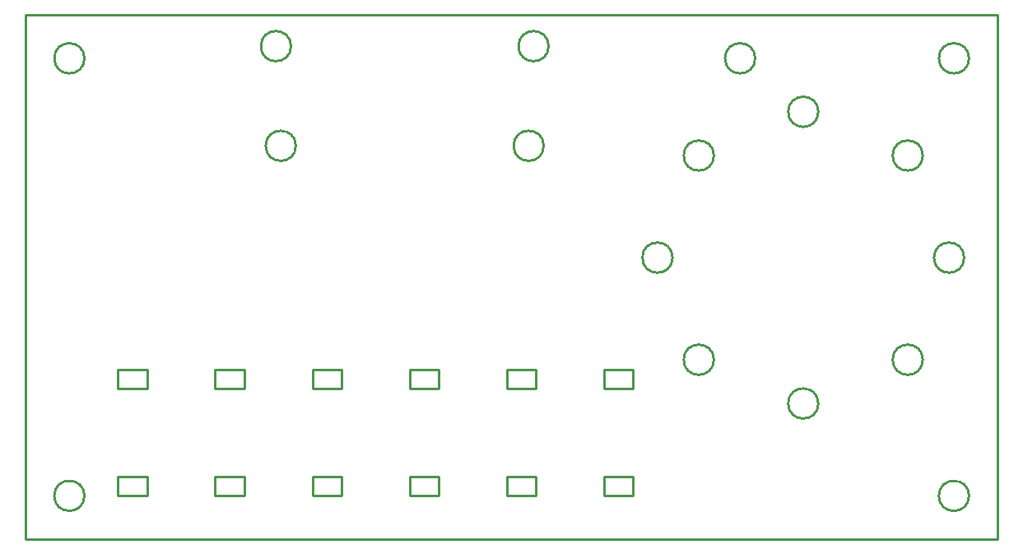
<source format=gm1>
G04*
G04 #@! TF.GenerationSoftware,Altium Limited,Altium Designer,18.0.9 (584)*
G04*
G04 Layer_Color=16711935*
%FSLAX43Y43*%
%MOMM*%
G71*
G01*
G75*
%ADD10C,0.254*%
D10*
X6050Y4500D02*
G03*
X6050Y4500I-1550J0D01*
G01*
X97050Y4500D02*
G03*
X97050Y4500I-1550J0D01*
G01*
X97050Y49500D02*
G03*
X97050Y49500I-1550J0D01*
G01*
X75050Y49500D02*
G03*
X75050Y49500I-1550J0D01*
G01*
X6050Y49500D02*
G03*
X6050Y49500I-1550J0D01*
G01*
X53800Y50750D02*
G03*
X53800Y50750I-1550J0D01*
G01*
X27300Y50750D02*
G03*
X27300Y50750I-1550J0D01*
G01*
X27800Y40500D02*
G03*
X27800Y40500I-1550J0D01*
G01*
X53300D02*
G03*
X53300Y40500I-1550J0D01*
G01*
X70800Y18500D02*
G03*
X70800Y18500I-1550J0D01*
G01*
X81550Y14000D02*
G03*
X81550Y14000I-1550J0D01*
G01*
X92300Y18500D02*
G03*
X92300Y18500I-1550J0D01*
G01*
X96550Y29000D02*
G03*
X96550Y29000I-1550J0D01*
G01*
X92300Y39500D02*
G03*
X92300Y39500I-1550J0D01*
G01*
X81550Y44000D02*
G03*
X81550Y44000I-1550J0D01*
G01*
X70800Y39500D02*
G03*
X70800Y39500I-1550J0D01*
G01*
X66550Y29000D02*
G03*
X66550Y29000I-1550J0D01*
G01*
X59500Y6500D02*
X62500D01*
Y4500D02*
Y6500D01*
X59500Y4500D02*
X62500D01*
X59500D02*
Y6500D01*
X49500D02*
X52500D01*
Y4500D02*
Y6500D01*
X49500Y4500D02*
X52500D01*
X49500D02*
Y6500D01*
X39500D02*
X42500D01*
Y4500D02*
Y6500D01*
X39500Y4500D02*
X42500D01*
X39500D02*
Y6500D01*
X29500D02*
X32500D01*
Y4500D02*
Y6500D01*
X29500Y4500D02*
X32500D01*
X29500D02*
Y6500D01*
X19500D02*
X22500D01*
Y4500D02*
Y6500D01*
X19500Y4500D02*
X22500D01*
X19500D02*
Y6500D01*
X9500D02*
X12500D01*
Y4500D02*
Y6500D01*
X9500Y4500D02*
X12500D01*
X9500D02*
Y6500D01*
Y17500D02*
X12500D01*
Y15500D02*
Y17500D01*
X9500Y15500D02*
X12500D01*
X9500D02*
Y17500D01*
X19500Y15500D02*
Y17500D01*
Y15500D02*
X22500D01*
Y17500D01*
X19500D02*
X22500D01*
X29500Y15500D02*
Y17500D01*
Y15500D02*
X32500D01*
Y17500D01*
X29500D02*
X32500D01*
X39500Y15500D02*
Y17500D01*
Y15500D02*
X42500D01*
Y17500D01*
X39500D02*
X42500D01*
X49500Y15500D02*
Y17500D01*
Y15500D02*
X52500D01*
Y17500D01*
X49500D02*
X52500D01*
X59500Y15500D02*
Y17500D01*
Y15500D02*
X62500D01*
Y17500D01*
X59500D02*
X62500D01*
X0Y54000D02*
X100000D01*
X-0D02*
X0Y0D01*
X100000D01*
X100000Y54000D02*
X100000Y0D01*
M02*

</source>
